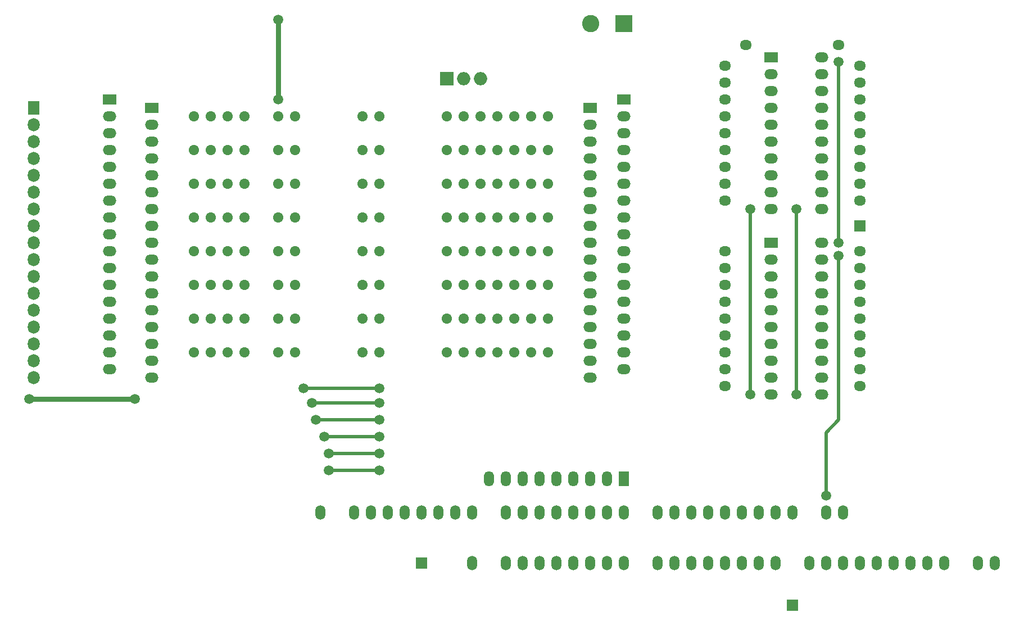
<source format=gbr>
%TF.GenerationSoftware,KiCad,Pcbnew,(5.1.8)-1*%
%TF.CreationDate,2024-06-20T22:43:37+03:00*%
%TF.ProjectId,MUX16bit,4d555831-3662-4697-942e-6b696361645f,rev?*%
%TF.SameCoordinates,Original*%
%TF.FileFunction,Copper,L1,Top*%
%TF.FilePolarity,Positive*%
%FSLAX46Y46*%
G04 Gerber Fmt 4.6, Leading zero omitted, Abs format (unit mm)*
G04 Created by KiCad (PCBNEW (5.1.8)-1) date 2024-06-20 22:43:37*
%MOMM*%
%LPD*%
G01*
G04 APERTURE LIST*
%TA.AperFunction,ComponentPad*%
%ADD10R,1.700000X1.700000*%
%TD*%
%TA.AperFunction,ComponentPad*%
%ADD11O,1.800000X1.500000*%
%TD*%
%TA.AperFunction,ComponentPad*%
%ADD12O,1.600000X1.524000*%
%TD*%
%TA.AperFunction,ComponentPad*%
%ADD13O,1.500000X2.300000*%
%TD*%
%TA.AperFunction,ComponentPad*%
%ADD14R,1.500000X2.300000*%
%TD*%
%TA.AperFunction,ComponentPad*%
%ADD15O,2.000000X1.500000*%
%TD*%
%TA.AperFunction,ComponentPad*%
%ADD16R,2.000000X1.500000*%
%TD*%
%TA.AperFunction,ComponentPad*%
%ADD17O,1.500000X2.200000*%
%TD*%
%TA.AperFunction,ComponentPad*%
%ADD18O,1.800000X2.000000*%
%TD*%
%TA.AperFunction,ComponentPad*%
%ADD19R,1.800000X2.000000*%
%TD*%
%TA.AperFunction,ComponentPad*%
%ADD20C,2.600000*%
%TD*%
%TA.AperFunction,ComponentPad*%
%ADD21R,2.600000X2.600000*%
%TD*%
%TA.AperFunction,ComponentPad*%
%ADD22O,2.000000X2.000000*%
%TD*%
%TA.AperFunction,ComponentPad*%
%ADD23R,2.000000X2.000000*%
%TD*%
%TA.AperFunction,ViaPad*%
%ADD24C,1.500000*%
%TD*%
%TA.AperFunction,Conductor*%
%ADD25C,0.800000*%
%TD*%
%TA.AperFunction,Conductor*%
%ADD26C,0.500000*%
%TD*%
G04 APERTURE END LIST*
D10*
%TO.P,J11,1*%
%TO.N,/STEP*%
X139700000Y-49530000D03*
%TD*%
%TO.P,J10,1*%
%TO.N,/+1\u005CCNST*%
X73660000Y-100330000D03*
%TD*%
D11*
%TO.P,U9,38*%
%TO.N,Net-(U9-Pad38)*%
X122555000Y-22225000D03*
%TO.P,U9,37*%
%TO.N,Net-(U9-Pad37)*%
X136525000Y-22225000D03*
%TO.P,U9,36*%
%TO.N,/C0*%
X119380000Y-73660000D03*
%TO.P,U9,35*%
%TO.N,/C1*%
X119380000Y-71120000D03*
%TO.P,U9,34*%
%TO.N,/C2*%
X119380000Y-68580000D03*
%TO.P,U9,33*%
%TO.N,/C3*%
X119380000Y-66040000D03*
%TO.P,U9,32*%
%TO.N,/C4*%
X119380000Y-63500000D03*
%TO.P,U9,31*%
%TO.N,/C5*%
X119380000Y-60960000D03*
%TO.P,U9,30*%
%TO.N,/C6*%
X119380000Y-58420000D03*
%TO.P,U9,29*%
%TO.N,/C7*%
X119380000Y-55880000D03*
%TO.P,U9,28*%
%TO.N,Net-(U9-Pad28)*%
X119380000Y-53340000D03*
%TO.P,U9,27*%
%TO.N,/C8*%
X119380000Y-45720000D03*
%TO.P,U9,26*%
%TO.N,/C9*%
X119380000Y-43180000D03*
%TO.P,U9,25*%
%TO.N,/C10*%
X119380000Y-40640000D03*
%TO.P,U9,24*%
%TO.N,/C11*%
X119380000Y-38100000D03*
%TO.P,U9,23*%
%TO.N,/C12*%
X119380000Y-35560000D03*
%TO.P,U9,22*%
%TO.N,/C13*%
X119380000Y-33020000D03*
%TO.P,U9,21*%
%TO.N,/C14*%
X119380000Y-30480000D03*
%TO.P,U9,20*%
%TO.N,/C15*%
X119380000Y-27940000D03*
%TO.P,U9,19*%
%TO.N,VCC*%
X119380000Y-25400000D03*
%TO.P,U9,18*%
%TO.N,GND*%
X139700000Y-25400000D03*
%TO.P,U9,17*%
%TO.N,/N15*%
X139700000Y-27940000D03*
%TO.P,U9,16*%
%TO.N,/N14*%
X139700000Y-30480000D03*
%TO.P,U9,15*%
%TO.N,/N13*%
X139700000Y-33020000D03*
%TO.P,U9,14*%
%TO.N,/N12*%
X139700000Y-35560000D03*
%TO.P,U9,13*%
%TO.N,/N11*%
X139700000Y-38100000D03*
%TO.P,U9,12*%
%TO.N,/N10*%
X139700000Y-40640000D03*
%TO.P,U9,11*%
%TO.N,/N9*%
X139700000Y-43180000D03*
%TO.P,U9,10*%
%TO.N,/N8*%
X139700000Y-45720000D03*
%TO.P,U9,9*%
%TO.N,Net-(U9-Pad9)*%
X139700000Y-53340000D03*
%TO.P,U9,8*%
%TO.N,/N7*%
X139700000Y-55880000D03*
%TO.P,U9,7*%
%TO.N,/N6*%
X139700000Y-58420000D03*
%TO.P,U9,6*%
%TO.N,/N5*%
X139700000Y-60960000D03*
%TO.P,U9,5*%
%TO.N,/N4*%
X139700000Y-63500000D03*
%TO.P,U9,4*%
%TO.N,/N3*%
X139700000Y-66040000D03*
%TO.P,U9,3*%
%TO.N,/N2*%
X139700000Y-68580000D03*
%TO.P,U9,2*%
%TO.N,/N1*%
X139700000Y-71120000D03*
%TO.P,U9,1*%
%TO.N,/N0*%
X139700000Y-73660000D03*
%TD*%
D12*
%TO.P,U8,15*%
%TO.N,/D14*%
X92710000Y-33020000D03*
%TO.P,U8,14*%
%TO.N,/C14*%
X90170000Y-33020000D03*
%TO.P,U8,13*%
%TO.N,/C15*%
X87630000Y-33020000D03*
%TO.P,U8,12*%
%TO.N,/D15*%
X85090000Y-33020000D03*
%TO.P,U8,11*%
%TO.N,/S1*%
X82550000Y-33020000D03*
%TO.P,U8,10*%
%TO.N,/~E*%
X80010000Y-33020000D03*
%TO.P,U8,9*%
%TO.N,/S0*%
X77470000Y-33020000D03*
%TO.P,U8,8*%
%TO.N,/O15*%
X67310000Y-33020000D03*
%TO.P,U8,7*%
%TO.N,/O14*%
X64770000Y-33020000D03*
%TO.P,U8,6*%
%TO.N,GND*%
X54610000Y-33020000D03*
%TO.P,U8,5*%
%TO.N,VCC*%
X52070000Y-33020000D03*
%TO.P,U8,4*%
%TO.N,/A15*%
X46990000Y-33020000D03*
%TO.P,U8,3*%
%TO.N,/B15*%
X44450000Y-33020000D03*
%TO.P,U8,2*%
%TO.N,/B14*%
X41910000Y-33020000D03*
%TO.P,U8,1*%
%TO.N,/A14*%
X39370000Y-33020000D03*
%TD*%
%TO.P,U7,15*%
%TO.N,/D12*%
X92710000Y-38100000D03*
%TO.P,U7,14*%
%TO.N,/C12*%
X90170000Y-38100000D03*
%TO.P,U7,13*%
%TO.N,/C13*%
X87630000Y-38100000D03*
%TO.P,U7,12*%
%TO.N,/D13*%
X85090000Y-38100000D03*
%TO.P,U7,11*%
%TO.N,/S1*%
X82550000Y-38100000D03*
%TO.P,U7,10*%
%TO.N,/~E*%
X80010000Y-38100000D03*
%TO.P,U7,9*%
%TO.N,/S0*%
X77470000Y-38100000D03*
%TO.P,U7,8*%
%TO.N,/O13*%
X67310000Y-38100000D03*
%TO.P,U7,7*%
%TO.N,/O12*%
X64770000Y-38100000D03*
%TO.P,U7,6*%
%TO.N,GND*%
X54610000Y-38100000D03*
%TO.P,U7,5*%
%TO.N,VCC*%
X52070000Y-38100000D03*
%TO.P,U7,4*%
%TO.N,/A13*%
X46990000Y-38100000D03*
%TO.P,U7,3*%
%TO.N,/B13*%
X44450000Y-38100000D03*
%TO.P,U7,2*%
%TO.N,/B12*%
X41910000Y-38100000D03*
%TO.P,U7,1*%
%TO.N,/A12*%
X39370000Y-38100000D03*
%TD*%
%TO.P,U6,15*%
%TO.N,/D10*%
X92710000Y-43180000D03*
%TO.P,U6,14*%
%TO.N,/C10*%
X90170000Y-43180000D03*
%TO.P,U6,13*%
%TO.N,/C11*%
X87630000Y-43180000D03*
%TO.P,U6,12*%
%TO.N,/D11*%
X85090000Y-43180000D03*
%TO.P,U6,11*%
%TO.N,/S1*%
X82550000Y-43180000D03*
%TO.P,U6,10*%
%TO.N,/~E*%
X80010000Y-43180000D03*
%TO.P,U6,9*%
%TO.N,/S0*%
X77470000Y-43180000D03*
%TO.P,U6,8*%
%TO.N,/O11*%
X67310000Y-43180000D03*
%TO.P,U6,7*%
%TO.N,/O10*%
X64770000Y-43180000D03*
%TO.P,U6,6*%
%TO.N,GND*%
X54610000Y-43180000D03*
%TO.P,U6,5*%
%TO.N,VCC*%
X52070000Y-43180000D03*
%TO.P,U6,4*%
%TO.N,/A11*%
X46990000Y-43180000D03*
%TO.P,U6,3*%
%TO.N,/B11*%
X44450000Y-43180000D03*
%TO.P,U6,2*%
%TO.N,/B10*%
X41910000Y-43180000D03*
%TO.P,U6,1*%
%TO.N,/A10*%
X39370000Y-43180000D03*
%TD*%
%TO.P,U5,15*%
%TO.N,/D8*%
X92710000Y-48260000D03*
%TO.P,U5,14*%
%TO.N,/C8*%
X90170000Y-48260000D03*
%TO.P,U5,13*%
%TO.N,/C9*%
X87630000Y-48260000D03*
%TO.P,U5,12*%
%TO.N,/D9*%
X85090000Y-48260000D03*
%TO.P,U5,11*%
%TO.N,/S1*%
X82550000Y-48260000D03*
%TO.P,U5,10*%
%TO.N,/~E*%
X80010000Y-48260000D03*
%TO.P,U5,9*%
%TO.N,/S0*%
X77470000Y-48260000D03*
%TO.P,U5,8*%
%TO.N,/O9*%
X67310000Y-48260000D03*
%TO.P,U5,7*%
%TO.N,/O8*%
X64770000Y-48260000D03*
%TO.P,U5,6*%
%TO.N,GND*%
X54610000Y-48260000D03*
%TO.P,U5,5*%
%TO.N,VCC*%
X52070000Y-48260000D03*
%TO.P,U5,4*%
%TO.N,/A9*%
X46990000Y-48260000D03*
%TO.P,U5,3*%
%TO.N,/B9*%
X44450000Y-48260000D03*
%TO.P,U5,2*%
%TO.N,/B8*%
X41910000Y-48260000D03*
%TO.P,U5,1*%
%TO.N,/A8*%
X39370000Y-48260000D03*
%TD*%
%TO.P,U4,15*%
%TO.N,/D6*%
X92710000Y-53340000D03*
%TO.P,U4,14*%
%TO.N,/C6*%
X90170000Y-53340000D03*
%TO.P,U4,13*%
%TO.N,/C7*%
X87630000Y-53340000D03*
%TO.P,U4,12*%
%TO.N,/D7*%
X85090000Y-53340000D03*
%TO.P,U4,11*%
%TO.N,/S1*%
X82550000Y-53340000D03*
%TO.P,U4,10*%
%TO.N,/~E*%
X80010000Y-53340000D03*
%TO.P,U4,9*%
%TO.N,/S0*%
X77470000Y-53340000D03*
%TO.P,U4,8*%
%TO.N,/O7*%
X67310000Y-53340000D03*
%TO.P,U4,7*%
%TO.N,/O6*%
X64770000Y-53340000D03*
%TO.P,U4,6*%
%TO.N,GND*%
X54610000Y-53340000D03*
%TO.P,U4,5*%
%TO.N,VCC*%
X52070000Y-53340000D03*
%TO.P,U4,4*%
%TO.N,/A7*%
X46990000Y-53340000D03*
%TO.P,U4,3*%
%TO.N,/B7*%
X44450000Y-53340000D03*
%TO.P,U4,2*%
%TO.N,/B6*%
X41910000Y-53340000D03*
%TO.P,U4,1*%
%TO.N,/A6*%
X39370000Y-53340000D03*
%TD*%
%TO.P,U3,15*%
%TO.N,/D4*%
X92710000Y-58420000D03*
%TO.P,U3,14*%
%TO.N,/C4*%
X90170000Y-58420000D03*
%TO.P,U3,13*%
%TO.N,/C5*%
X87630000Y-58420000D03*
%TO.P,U3,12*%
%TO.N,/D5*%
X85090000Y-58420000D03*
%TO.P,U3,11*%
%TO.N,/S1*%
X82550000Y-58420000D03*
%TO.P,U3,10*%
%TO.N,/~E*%
X80010000Y-58420000D03*
%TO.P,U3,9*%
%TO.N,/S0*%
X77470000Y-58420000D03*
%TO.P,U3,8*%
%TO.N,/O5*%
X67310000Y-58420000D03*
%TO.P,U3,7*%
%TO.N,/O4*%
X64770000Y-58420000D03*
%TO.P,U3,6*%
%TO.N,GND*%
X54610000Y-58420000D03*
%TO.P,U3,5*%
%TO.N,VCC*%
X52070000Y-58420000D03*
%TO.P,U3,4*%
%TO.N,/A5*%
X46990000Y-58420000D03*
%TO.P,U3,3*%
%TO.N,/B5*%
X44450000Y-58420000D03*
%TO.P,U3,2*%
%TO.N,/B4*%
X41910000Y-58420000D03*
%TO.P,U3,1*%
%TO.N,/A4*%
X39370000Y-58420000D03*
%TD*%
%TO.P,U2,15*%
%TO.N,/D2*%
X92710000Y-63500000D03*
%TO.P,U2,14*%
%TO.N,/C2*%
X90170000Y-63500000D03*
%TO.P,U2,13*%
%TO.N,/C3*%
X87630000Y-63500000D03*
%TO.P,U2,12*%
%TO.N,/D3*%
X85090000Y-63500000D03*
%TO.P,U2,11*%
%TO.N,/S1*%
X82550000Y-63500000D03*
%TO.P,U2,10*%
%TO.N,/~E*%
X80010000Y-63500000D03*
%TO.P,U2,9*%
%TO.N,/S0*%
X77470000Y-63500000D03*
%TO.P,U2,8*%
%TO.N,/O3*%
X67310000Y-63500000D03*
%TO.P,U2,7*%
%TO.N,/O2*%
X64770000Y-63500000D03*
%TO.P,U2,6*%
%TO.N,GND*%
X54610000Y-63500000D03*
%TO.P,U2,5*%
%TO.N,VCC*%
X52070000Y-63500000D03*
%TO.P,U2,4*%
%TO.N,/A3*%
X46990000Y-63500000D03*
%TO.P,U2,3*%
%TO.N,/B3*%
X44450000Y-63500000D03*
%TO.P,U2,2*%
%TO.N,/B2*%
X41910000Y-63500000D03*
%TO.P,U2,1*%
%TO.N,/A2*%
X39370000Y-63500000D03*
%TD*%
%TO.P,U1,15*%
%TO.N,/D0*%
X92710000Y-68580000D03*
%TO.P,U1,14*%
%TO.N,/C0*%
X90170000Y-68580000D03*
%TO.P,U1,13*%
%TO.N,/C1*%
X87630000Y-68580000D03*
%TO.P,U1,12*%
%TO.N,/D1*%
X85090000Y-68580000D03*
%TO.P,U1,11*%
%TO.N,/S1*%
X82550000Y-68580000D03*
%TO.P,U1,10*%
%TO.N,/~E*%
X80010000Y-68580000D03*
%TO.P,U1,9*%
%TO.N,/S0*%
X77470000Y-68580000D03*
%TO.P,U1,8*%
%TO.N,/O1*%
X67310000Y-68580000D03*
%TO.P,U1,7*%
%TO.N,/O0*%
X64770000Y-68580000D03*
%TO.P,U1,6*%
%TO.N,GND*%
X54610000Y-68580000D03*
%TO.P,U1,5*%
%TO.N,VCC*%
X52070000Y-68580000D03*
%TO.P,U1,4*%
%TO.N,/A1*%
X46990000Y-68580000D03*
%TO.P,U1,3*%
%TO.N,/B1*%
X44450000Y-68580000D03*
%TO.P,U1,2*%
%TO.N,/B0*%
X41910000Y-68580000D03*
%TO.P,U1,1*%
%TO.N,/A0*%
X39370000Y-68580000D03*
%TD*%
D13*
%TO.P,J9,9*%
%TO.N,GND*%
X83820000Y-87630000D03*
%TO.P,J9,8*%
%TO.N,/CNST0*%
X86360000Y-87630000D03*
%TO.P,J9,7*%
%TO.N,/CNST1*%
X88900000Y-87630000D03*
%TO.P,J9,6*%
%TO.N,/CNST2*%
X91440000Y-87630000D03*
%TO.P,J9,5*%
%TO.N,/CNST3*%
X93980000Y-87630000D03*
%TO.P,J9,4*%
%TO.N,/CNST4*%
X96520000Y-87630000D03*
%TO.P,J9,3*%
%TO.N,/CNST5*%
X99060000Y-87630000D03*
%TO.P,J9,2*%
%TO.N,/CNST6*%
X101600000Y-87630000D03*
D14*
%TO.P,J9,1*%
%TO.N,/CNST7*%
X104140000Y-87630000D03*
%TD*%
D15*
%TO.P,U14,20*%
%TO.N,VCC*%
X133985000Y-24130000D03*
%TO.P,U14,10*%
%TO.N,GND*%
X126365000Y-46990000D03*
%TO.P,U14,19*%
%TO.N,/D14*%
X133985000Y-26670000D03*
%TO.P,U14,9*%
%TO.N,/D8*%
X126365000Y-44450000D03*
%TO.P,U14,18*%
%TO.N,/N14*%
X133985000Y-29210000D03*
%TO.P,U14,8*%
%TO.N,/N8*%
X126365000Y-41910000D03*
%TO.P,U14,17*%
%TO.N,/N13*%
X133985000Y-31750000D03*
%TO.P,U14,7*%
%TO.N,/N11*%
X126365000Y-39370000D03*
%TO.P,U14,16*%
%TO.N,/D13*%
X133985000Y-34290000D03*
%TO.P,U14,6*%
%TO.N,/D11*%
X126365000Y-36830000D03*
%TO.P,U14,15*%
%TO.N,/D10*%
X133985000Y-36830000D03*
%TO.P,U14,5*%
%TO.N,/D12*%
X126365000Y-34290000D03*
%TO.P,U14,14*%
%TO.N,/N10*%
X133985000Y-39370000D03*
%TO.P,U14,4*%
%TO.N,/N12*%
X126365000Y-31750000D03*
%TO.P,U14,13*%
%TO.N,/N9*%
X133985000Y-41910000D03*
%TO.P,U14,3*%
%TO.N,/N15*%
X126365000Y-29210000D03*
%TO.P,U14,12*%
%TO.N,/D9*%
X133985000Y-44450000D03*
%TO.P,U14,2*%
%TO.N,/D15*%
X126365000Y-26670000D03*
%TO.P,U14,11*%
%TO.N,/STEP*%
X133985000Y-46990000D03*
D16*
%TO.P,U14,1*%
%TO.N,Net-(R2-Pad1)*%
X126365000Y-24130000D03*
%TD*%
D15*
%TO.P,U13,20*%
%TO.N,VCC*%
X133985000Y-52070000D03*
%TO.P,U13,10*%
%TO.N,GND*%
X126365000Y-74930000D03*
%TO.P,U13,19*%
%TO.N,/D6*%
X133985000Y-54610000D03*
%TO.P,U13,9*%
%TO.N,/D0*%
X126365000Y-72390000D03*
%TO.P,U13,18*%
%TO.N,/N6*%
X133985000Y-57150000D03*
%TO.P,U13,8*%
%TO.N,/N0*%
X126365000Y-69850000D03*
%TO.P,U13,17*%
%TO.N,/N5*%
X133985000Y-59690000D03*
%TO.P,U13,7*%
%TO.N,/N3*%
X126365000Y-67310000D03*
%TO.P,U13,16*%
%TO.N,/D5*%
X133985000Y-62230000D03*
%TO.P,U13,6*%
%TO.N,/D3*%
X126365000Y-64770000D03*
%TO.P,U13,15*%
%TO.N,/D2*%
X133985000Y-64770000D03*
%TO.P,U13,5*%
%TO.N,/D4*%
X126365000Y-62230000D03*
%TO.P,U13,14*%
%TO.N,/N2*%
X133985000Y-67310000D03*
%TO.P,U13,4*%
%TO.N,/N4*%
X126365000Y-59690000D03*
%TO.P,U13,13*%
%TO.N,/N1*%
X133985000Y-69850000D03*
%TO.P,U13,3*%
%TO.N,/N7*%
X126365000Y-57150000D03*
%TO.P,U13,12*%
%TO.N,/D1*%
X133985000Y-72390000D03*
%TO.P,U13,2*%
%TO.N,/D7*%
X126365000Y-54610000D03*
%TO.P,U13,11*%
%TO.N,/STEP*%
X133985000Y-74930000D03*
D16*
%TO.P,U13,1*%
%TO.N,Net-(R1-Pad1)*%
X126365000Y-52070000D03*
%TD*%
D17*
%TO.P,U12,28*%
%TO.N,GND*%
X160020000Y-100330000D03*
%TO.P,U12,27*%
%TO.N,VCC*%
X157480000Y-100330000D03*
%TO.P,U12,26*%
%TO.N,Net-(U12-Pad26)*%
X152400000Y-100330000D03*
%TO.P,U12,25*%
%TO.N,/N15*%
X149860000Y-100330000D03*
%TO.P,U12,24*%
%TO.N,/N14*%
X147320000Y-100330000D03*
%TO.P,U12,23*%
%TO.N,/N13*%
X144780000Y-100330000D03*
%TO.P,U12,22*%
%TO.N,/N12*%
X142240000Y-100330000D03*
%TO.P,U12,21*%
%TO.N,/N11*%
X139700000Y-100330000D03*
%TO.P,U12,20*%
%TO.N,/N10*%
X137160000Y-100330000D03*
%TO.P,U12,19*%
%TO.N,/N9*%
X134620000Y-100330000D03*
%TO.P,U12,18*%
%TO.N,/N8*%
X132080000Y-100330000D03*
%TO.P,U12,17*%
%TO.N,/CNST7*%
X127000000Y-100330000D03*
%TO.P,U12,16*%
X124460000Y-100330000D03*
%TO.P,U12,15*%
X121920000Y-100330000D03*
%TO.P,U12,14*%
X119380000Y-100330000D03*
%TO.P,U12,13*%
X116840000Y-100330000D03*
%TO.P,U12,12*%
X114300000Y-100330000D03*
%TO.P,U12,11*%
X111760000Y-100330000D03*
%TO.P,U12,10*%
X109220000Y-100330000D03*
%TO.P,U12,9*%
%TO.N,/O15*%
X104140000Y-100330000D03*
%TO.P,U12,8*%
%TO.N,/O14*%
X101600000Y-100330000D03*
%TO.P,U12,7*%
%TO.N,/O13*%
X99060000Y-100330000D03*
%TO.P,U12,6*%
%TO.N,/O12*%
X96520000Y-100330000D03*
%TO.P,U12,5*%
%TO.N,/O11*%
X93980000Y-100330000D03*
%TO.P,U12,4*%
%TO.N,/O10*%
X91440000Y-100330000D03*
%TO.P,U12,3*%
%TO.N,/O9*%
X88900000Y-100330000D03*
%TO.P,U12,2*%
%TO.N,/O8*%
X86360000Y-100330000D03*
%TO.P,U12,1*%
%TO.N,/+1\u005CCNST*%
X81280000Y-100330000D03*
%TD*%
%TO.P,U11,28*%
%TO.N,GND*%
X137160000Y-92710000D03*
%TO.P,U11,27*%
%TO.N,VCC*%
X134620000Y-92710000D03*
%TO.P,U11,26*%
%TO.N,Net-(J6-Pad1)*%
X129540000Y-92710000D03*
%TO.P,U11,25*%
%TO.N,/N7*%
X127000000Y-92710000D03*
%TO.P,U11,24*%
%TO.N,/N6*%
X124460000Y-92710000D03*
%TO.P,U11,23*%
%TO.N,/N5*%
X121920000Y-92710000D03*
%TO.P,U11,22*%
%TO.N,/N4*%
X119380000Y-92710000D03*
%TO.P,U11,21*%
%TO.N,/N3*%
X116840000Y-92710000D03*
%TO.P,U11,20*%
%TO.N,/N2*%
X114300000Y-92710000D03*
%TO.P,U11,19*%
%TO.N,/N1*%
X111760000Y-92710000D03*
%TO.P,U11,18*%
%TO.N,/N0*%
X109220000Y-92710000D03*
%TO.P,U11,17*%
%TO.N,/CNST7*%
X104140000Y-92710000D03*
%TO.P,U11,16*%
%TO.N,/CNST6*%
X101600000Y-92710000D03*
%TO.P,U11,15*%
%TO.N,/CNST5*%
X99060000Y-92710000D03*
%TO.P,U11,14*%
%TO.N,/CNST4*%
X96520000Y-92710000D03*
%TO.P,U11,13*%
%TO.N,/CNST3*%
X93980000Y-92710000D03*
%TO.P,U11,12*%
%TO.N,/CNST2*%
X91440000Y-92710000D03*
%TO.P,U11,11*%
%TO.N,/CNST1*%
X88900000Y-92710000D03*
%TO.P,U11,10*%
%TO.N,/CNST0*%
X86360000Y-92710000D03*
%TO.P,U11,9*%
%TO.N,/O7*%
X81280000Y-92710000D03*
%TO.P,U11,8*%
%TO.N,/O6*%
X78740000Y-92710000D03*
%TO.P,U11,7*%
%TO.N,/O5*%
X76200000Y-92710000D03*
%TO.P,U11,6*%
%TO.N,/O4*%
X73660000Y-92710000D03*
%TO.P,U11,5*%
%TO.N,/O3*%
X71120000Y-92710000D03*
%TO.P,U11,4*%
%TO.N,/O2*%
X68580000Y-92710000D03*
%TO.P,U11,3*%
%TO.N,/O1*%
X66040000Y-92710000D03*
%TO.P,U11,2*%
%TO.N,/O0*%
X63500000Y-92710000D03*
%TO.P,U11,1*%
%TO.N,/+1\u005CCNST*%
X58420000Y-92710000D03*
%TD*%
D18*
%TO.P,J5,17*%
%TO.N,GND*%
X15240000Y-72390000D03*
%TO.P,J5,16*%
%TO.N,/O0*%
X15240000Y-69850000D03*
%TO.P,J5,15*%
%TO.N,/O1*%
X15240000Y-67310000D03*
%TO.P,J5,14*%
%TO.N,/O2*%
X15240000Y-64770000D03*
%TO.P,J5,13*%
%TO.N,/O3*%
X15240000Y-62230000D03*
%TO.P,J5,12*%
%TO.N,/O4*%
X15240000Y-59690000D03*
%TO.P,J5,11*%
%TO.N,/O5*%
X15240000Y-57150000D03*
%TO.P,J5,10*%
%TO.N,/O6*%
X15240000Y-54610000D03*
%TO.P,J5,9*%
%TO.N,/O7*%
X15240000Y-52070000D03*
%TO.P,J5,8*%
%TO.N,/O8*%
X15240000Y-49530000D03*
%TO.P,J5,7*%
%TO.N,/O9*%
X15240000Y-46990000D03*
%TO.P,J5,6*%
%TO.N,/O10*%
X15240000Y-44450000D03*
%TO.P,J5,5*%
%TO.N,/O11*%
X15240000Y-41910000D03*
%TO.P,J5,4*%
%TO.N,/O12*%
X15240000Y-39370000D03*
%TO.P,J5,3*%
%TO.N,/O13*%
X15240000Y-36830000D03*
%TO.P,J5,2*%
%TO.N,/O14*%
X15240000Y-34290000D03*
D19*
%TO.P,J5,1*%
%TO.N,/O15*%
X15240000Y-31750000D03*
%TD*%
D15*
%TO.P,J4,17*%
%TO.N,GND*%
X104140000Y-71120000D03*
%TO.P,J4,16*%
%TO.N,/D0*%
X104140000Y-68580000D03*
%TO.P,J4,15*%
%TO.N,/D1*%
X104140000Y-66040000D03*
%TO.P,J4,14*%
%TO.N,/D2*%
X104140000Y-63500000D03*
%TO.P,J4,13*%
%TO.N,/D3*%
X104140000Y-60960000D03*
%TO.P,J4,12*%
%TO.N,/D4*%
X104140000Y-58420000D03*
%TO.P,J4,11*%
%TO.N,/D5*%
X104140000Y-55880000D03*
%TO.P,J4,10*%
%TO.N,/D6*%
X104140000Y-53340000D03*
%TO.P,J4,9*%
%TO.N,/D7*%
X104140000Y-50800000D03*
%TO.P,J4,8*%
%TO.N,/D8*%
X104140000Y-48260000D03*
%TO.P,J4,7*%
%TO.N,/D9*%
X104140000Y-45720000D03*
%TO.P,J4,6*%
%TO.N,/D10*%
X104140000Y-43180000D03*
%TO.P,J4,5*%
%TO.N,/D11*%
X104140000Y-40640000D03*
%TO.P,J4,4*%
%TO.N,/D12*%
X104140000Y-38100000D03*
%TO.P,J4,3*%
%TO.N,/D13*%
X104140000Y-35560000D03*
%TO.P,J4,2*%
%TO.N,/D14*%
X104140000Y-33020000D03*
D16*
%TO.P,J4,1*%
%TO.N,/D15*%
X104140000Y-30480000D03*
%TD*%
D15*
%TO.P,J3,17*%
%TO.N,GND*%
X99060000Y-72390000D03*
%TO.P,J3,16*%
%TO.N,/C0*%
X99060000Y-69850000D03*
%TO.P,J3,15*%
%TO.N,/C1*%
X99060000Y-67310000D03*
%TO.P,J3,14*%
%TO.N,/C2*%
X99060000Y-64770000D03*
%TO.P,J3,13*%
%TO.N,/C3*%
X99060000Y-62230000D03*
%TO.P,J3,12*%
%TO.N,/C4*%
X99060000Y-59690000D03*
%TO.P,J3,11*%
%TO.N,/C5*%
X99060000Y-57150000D03*
%TO.P,J3,10*%
%TO.N,/C6*%
X99060000Y-54610000D03*
%TO.P,J3,9*%
%TO.N,/C7*%
X99060000Y-52070000D03*
%TO.P,J3,8*%
%TO.N,/C8*%
X99060000Y-49530000D03*
%TO.P,J3,7*%
%TO.N,/C9*%
X99060000Y-46990000D03*
%TO.P,J3,6*%
%TO.N,/C10*%
X99060000Y-44450000D03*
%TO.P,J3,5*%
%TO.N,/C11*%
X99060000Y-41910000D03*
%TO.P,J3,4*%
%TO.N,/C12*%
X99060000Y-39370000D03*
%TO.P,J3,3*%
%TO.N,/C13*%
X99060000Y-36830000D03*
%TO.P,J3,2*%
%TO.N,/C14*%
X99060000Y-34290000D03*
D16*
%TO.P,J3,1*%
%TO.N,/C15*%
X99060000Y-31750000D03*
%TD*%
D15*
%TO.P,J2,17*%
%TO.N,GND*%
X33020000Y-72390000D03*
%TO.P,J2,16*%
%TO.N,/B0*%
X33020000Y-69850000D03*
%TO.P,J2,15*%
%TO.N,/B1*%
X33020000Y-67310000D03*
%TO.P,J2,14*%
%TO.N,/B2*%
X33020000Y-64770000D03*
%TO.P,J2,13*%
%TO.N,/B3*%
X33020000Y-62230000D03*
%TO.P,J2,12*%
%TO.N,/B4*%
X33020000Y-59690000D03*
%TO.P,J2,11*%
%TO.N,/B5*%
X33020000Y-57150000D03*
%TO.P,J2,10*%
%TO.N,/B6*%
X33020000Y-54610000D03*
%TO.P,J2,9*%
%TO.N,/B7*%
X33020000Y-52070000D03*
%TO.P,J2,8*%
%TO.N,/B8*%
X33020000Y-49530000D03*
%TO.P,J2,7*%
%TO.N,/B9*%
X33020000Y-46990000D03*
%TO.P,J2,6*%
%TO.N,/B10*%
X33020000Y-44450000D03*
%TO.P,J2,5*%
%TO.N,/B11*%
X33020000Y-41910000D03*
%TO.P,J2,4*%
%TO.N,/B12*%
X33020000Y-39370000D03*
%TO.P,J2,3*%
%TO.N,/B13*%
X33020000Y-36830000D03*
%TO.P,J2,2*%
%TO.N,/B14*%
X33020000Y-34290000D03*
D16*
%TO.P,J2,1*%
%TO.N,/B15*%
X33020000Y-31750000D03*
%TD*%
D15*
%TO.P,J1,17*%
%TO.N,GND*%
X26670000Y-71120000D03*
%TO.P,J1,16*%
%TO.N,/A0*%
X26670000Y-68580000D03*
%TO.P,J1,15*%
%TO.N,/A1*%
X26670000Y-66040000D03*
%TO.P,J1,14*%
%TO.N,/A2*%
X26670000Y-63500000D03*
%TO.P,J1,13*%
%TO.N,/A3*%
X26670000Y-60960000D03*
%TO.P,J1,12*%
%TO.N,/A4*%
X26670000Y-58420000D03*
%TO.P,J1,11*%
%TO.N,/A5*%
X26670000Y-55880000D03*
%TO.P,J1,10*%
%TO.N,/A6*%
X26670000Y-53340000D03*
%TO.P,J1,9*%
%TO.N,/A7*%
X26670000Y-50800000D03*
%TO.P,J1,8*%
%TO.N,/A8*%
X26670000Y-48260000D03*
%TO.P,J1,7*%
%TO.N,/A9*%
X26670000Y-45720000D03*
%TO.P,J1,6*%
%TO.N,/A10*%
X26670000Y-43180000D03*
%TO.P,J1,5*%
%TO.N,/A11*%
X26670000Y-40640000D03*
%TO.P,J1,4*%
%TO.N,/A12*%
X26670000Y-38100000D03*
%TO.P,J1,3*%
%TO.N,/A13*%
X26670000Y-35560000D03*
%TO.P,J1,2*%
%TO.N,/A14*%
X26670000Y-33020000D03*
D16*
%TO.P,J1,1*%
%TO.N,/A15*%
X26670000Y-30480000D03*
%TD*%
D20*
%TO.P,J8,2*%
%TO.N,Net-(J8-Pad2)*%
X99140000Y-19050000D03*
D21*
%TO.P,J8,1*%
%TO.N,GND*%
X104140000Y-19050000D03*
%TD*%
D22*
%TO.P,J7,3*%
%TO.N,/S1*%
X82550000Y-27305000D03*
%TO.P,J7,2*%
%TO.N,/~E*%
X80010000Y-27305000D03*
D23*
%TO.P,J7,1*%
%TO.N,/S0*%
X77470000Y-27305000D03*
%TD*%
D10*
%TO.P,J6,1*%
%TO.N,Net-(J6-Pad1)*%
X129540000Y-106680000D03*
%TD*%
D24*
%TO.N,GND*%
X30480000Y-75565000D03*
X14605000Y-75565000D03*
X123190000Y-46990000D03*
X123190000Y-74930000D03*
%TO.N,VCC*%
X52070000Y-18415000D03*
X52070000Y-30480000D03*
X136525000Y-24765000D03*
X136525000Y-52070000D03*
X134620000Y-90170000D03*
X136525000Y-53975000D03*
%TO.N,/O2*%
X67310000Y-86360000D03*
X59690000Y-86360000D03*
%TO.N,/O3*%
X59690000Y-83820000D03*
X67310000Y-83820000D03*
%TO.N,/O5*%
X57785000Y-78740000D03*
X67310000Y-78740000D03*
%TO.N,/O4*%
X67310000Y-81280000D03*
X59055000Y-81280000D03*
%TO.N,/O6*%
X67310000Y-76200000D03*
X57150000Y-76200000D03*
%TO.N,/O7*%
X67310000Y-73977500D03*
X55880000Y-73977500D03*
%TO.N,/STEP*%
X130175000Y-46990000D03*
X130175000Y-74930000D03*
%TD*%
D25*
%TO.N,GND*%
X14605000Y-75565000D02*
X30480000Y-75565000D01*
D26*
X123190000Y-46990000D02*
X123190000Y-74930000D01*
D25*
%TO.N,VCC*%
X52070000Y-18415000D02*
X52070000Y-30480000D01*
D26*
X136525000Y-24765000D02*
X136525000Y-52070000D01*
X136525000Y-53975000D02*
X136525000Y-78740000D01*
X134620000Y-80645000D02*
X134620000Y-90170000D01*
X136525000Y-78740000D02*
X134620000Y-80645000D01*
%TO.N,/O2*%
X59690000Y-86360000D02*
X67310000Y-86360000D01*
%TO.N,/O3*%
X59690000Y-83820000D02*
X67310000Y-83820000D01*
%TO.N,/O5*%
X57785000Y-78740000D02*
X67310000Y-78740000D01*
%TO.N,/O4*%
X59055000Y-81280000D02*
X67310000Y-81280000D01*
%TO.N,/O6*%
X57150000Y-76200000D02*
X67310000Y-76200000D01*
%TO.N,/O7*%
X67310000Y-73977500D02*
X55880000Y-73977500D01*
%TO.N,/STEP*%
X130175000Y-46990000D02*
X130175000Y-74930000D01*
%TD*%
M02*

</source>
